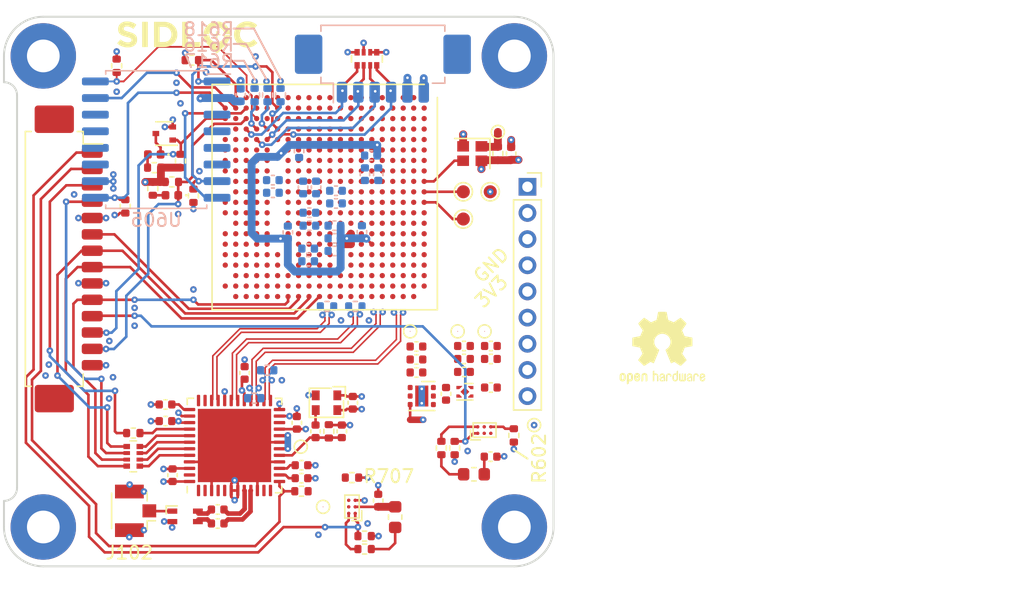
<source format=kicad_pcb>
(kicad_pcb (version 20211014) (generator pcbnew)

  (general
    (thickness 1.5954)
  )

  (paper "A4")
  (layers
    (0 "F.Cu" mixed)
    (1 "In1.Cu" power)
    (2 "In2.Cu" power)
    (31 "B.Cu" mixed)
    (32 "B.Adhes" user "B.Adhesive")
    (33 "F.Adhes" user "F.Adhesive")
    (34 "B.Paste" user)
    (35 "F.Paste" user)
    (36 "B.SilkS" user "B.Silkscreen")
    (37 "F.SilkS" user "F.Silkscreen")
    (38 "B.Mask" user)
    (39 "F.Mask" user)
    (41 "Cmts.User" user "User.Comments")
    (42 "Eco1.User" user "User.Eco1")
    (43 "Eco2.User" user "User.Eco2")
    (44 "Edge.Cuts" user)
    (45 "Margin" user)
    (46 "B.CrtYd" user "B.Courtyard")
    (47 "F.CrtYd" user "F.Courtyard")
    (48 "B.Fab" user)
    (49 "F.Fab" user)
  )

  (setup
    (stackup
      (layer "F.SilkS" (type "Top Silk Screen") (color "White"))
      (layer "F.Paste" (type "Top Solder Paste"))
      (layer "F.Mask" (type "Top Solder Mask") (color "Purple") (thickness 0.0127))
      (layer "F.Cu" (type "copper") (thickness 0.035))
      (layer "dielectric 1" (type "prepreg") (thickness 0.1) (material "JLC2313") (epsilon_r 4.05) (loss_tangent 0))
      (layer "In1.Cu" (type "copper") (thickness 0.0175))
      (layer "dielectric 2" (type "core") (thickness 1.265) (material "Core") (epsilon_r 4.6) (loss_tangent 0))
      (layer "In2.Cu" (type "copper") (thickness 0.0175))
      (layer "dielectric 3" (type "prepreg") (thickness 0.1) (material "JLC2313") (epsilon_r 4.05) (loss_tangent 0))
      (layer "B.Cu" (type "copper") (thickness 0.035))
      (layer "B.Mask" (type "Bottom Solder Mask") (color "Purple") (thickness 0.0127))
      (layer "B.Paste" (type "Bottom Solder Paste"))
      (layer "B.SilkS" (type "Bottom Silk Screen") (color "White"))
      (copper_finish "ENIG")
      (dielectric_constraints no)
    )
    (pad_to_mask_clearance 0.05)
    (solder_mask_min_width 0.2)
    (grid_origin 171.1452 89.472)
    (pcbplotparams
      (layerselection 0x0000030_80000001)
      (disableapertmacros false)
      (usegerberextensions false)
      (usegerberattributes false)
      (usegerberadvancedattributes false)
      (creategerberjobfile false)
      (svguseinch false)
      (svgprecision 6)
      (excludeedgelayer true)
      (plotframeref false)
      (viasonmask false)
      (mode 1)
      (useauxorigin false)
      (hpglpennumber 1)
      (hpglpenspeed 20)
      (hpglpendiameter 15.000000)
      (dxfpolygonmode true)
      (dxfimperialunits true)
      (dxfusepcbnewfont true)
      (psnegative false)
      (psa4output false)
      (plotreference true)
      (plotvalue true)
      (plotinvisibletext false)
      (sketchpadsonfab false)
      (subtractmaskfromsilk false)
      (outputformat 1)
      (mirror false)
      (drillshape 1)
      (scaleselection 1)
      (outputdirectory "")
    )
  )

  (net 0 "")
  (net 1 "GND")
  (net 2 "3V3")
  (net 3 "unconnected-(PQ101-Pad1)")
  (net 4 "unconnected-(PQ101-Pad2)")
  (net 5 "unconnected-(PQ101-Pad3)")
  (net 6 "unconnected-(PQ101-Pad6)")
  (net 7 "unconnected-(PQ101-Pad7)")
  (net 8 "unconnected-(PQ101-Pad8)")
  (net 9 "Net-(C601-Pad1)")
  (net 10 "/fpga/FPGA_2V5")
  (net 11 "/fpga/FPGA_3V3")
  (net 12 "/fpga/FPGA_1V1")
  (net 13 "Net-(C701-Pad1)")
  (net 14 "Net-(C701-Pad2)")
  (net 15 "/transceiver/TRX_3V3")
  (net 16 "Net-(C704-Pad2)")
  (net 17 "Net-(C710-Pad1)")
  (net 18 "Net-(C711-Pad1)")
  (net 19 "/transceiver/RF09P")
  (net 20 "/transceiver/RF09CAP_P")
  (net 21 "/transceiver/RF09N")
  (net 22 "/transceiver/RF09CAP_N")
  (net 23 "/transceiver/RF_EN")
  (net 24 "/transceiver/RST")
  (net 25 "/transceiver/IRQ")
  (net 26 "/SPI_CS2")
  (net 27 "/SPI_CS1")
  (net 28 "/fpga/SPI_CLK")
  (net 29 "/fpga/SPI_MISO")
  (net 30 "/fpga/SPI_MOSI")
  (net 31 "/fpga/FPGA_EN")
  (net 32 "/fpga/FPGA_DONE")
  (net 33 "/fpga/FPGA_INIT")
  (net 34 "/transceiver/RFIO")
  (net 35 "/fpga/JTDO")
  (net 36 "/fpga/JTCK")
  (net 37 "/fpga/JTMS")
  (net 38 "/fpga/JTDI")
  (net 39 "/fpga/FPGA_1V1_PG")
  (net 40 "Net-(NT701-Pad1)")
  (net 41 "Net-(R602-Pad2)")
  (net 42 "/fpga/FPGA_3V3_FAULT")
  (net 43 "/fpga/RXCLOCKP")
  (net 44 "/fpga/RXCLOCKN")
  (net 45 "/fpga/RXDATAP")
  (net 46 "/fpga/RXDATAN")
  (net 47 "Net-(D601-Pad2)")
  (net 48 "Net-(D602-Pad2)")
  (net 49 "Net-(R616-Pad2)")
  (net 50 "Net-(R617-Pad2)")
  (net 51 "Net-(R618-Pad2)")
  (net 52 "Net-(R619-Pad1)")
  (net 53 "/fpga/~{CFG_CS}")
  (net 54 "/fpga/CFG_IO2")
  (net 55 "/fpga/CFG_IO3")
  (net 56 "/fpga/TXCLOCKN")
  (net 57 "/fpga/TXCLOCKP")
  (net 58 "/fpga/TXDATAN")
  (net 59 "/fpga/TXDATAP")
  (net 60 "Net-(R704-Pad2)")
  (net 61 "/transceiver/TRX_FAULT")
  (net 62 "Net-(R707-Pad2)")
  (net 63 "Net-(RN701-Pad5)")
  (net 64 "Net-(RN701-Pad6)")
  (net 65 "Net-(RN701-Pad7)")
  (net 66 "Net-(RN701-Pad8)")
  (net 67 "/fpga/FPGA_IO1")
  (net 68 "/fpga/FPGA_IO0")
  (net 69 "unconnected-(U602-PadB6)")
  (net 70 "unconnected-(U602-PadB8)")
  (net 71 "unconnected-(U602-PadB9)")
  (net 72 "unconnected-(U602-PadB10)")
  (net 73 "/fpga/FPGA_CLK_IN")
  (net 74 "unconnected-(U602-PadC6)")
  (net 75 "unconnected-(U602-PadC7)")
  (net 76 "unconnected-(U602-PadC8)")
  (net 77 "unconnected-(U602-PadC9)")
  (net 78 "unconnected-(U602-PadC10)")
  (net 79 "unconnected-(U602-PadC11)")
  (net 80 "unconnected-(U602-PadC18)")
  (net 81 "unconnected-(U602-PadD6)")
  (net 82 "unconnected-(U602-PadD7)")
  (net 83 "unconnected-(U602-PadD8)")
  (net 84 "unconnected-(U602-PadD9)")
  (net 85 "unconnected-(U602-PadD10)")
  (net 86 "unconnected-(U602-PadD17)")
  (net 87 "unconnected-(U602-PadD18)")
  (net 88 "unconnected-(U602-PadD20)")
  (net 89 "unconnected-(U602-PadE6)")
  (net 90 "unconnected-(U602-PadE7)")
  (net 91 "unconnected-(U602-PadE8)")
  (net 92 "unconnected-(U602-PadE9)")
  (net 93 "unconnected-(U602-PadE10)")
  (net 94 "unconnected-(U602-PadE16)")
  (net 95 "unconnected-(U602-PadE17)")
  (net 96 "unconnected-(U602-PadE18)")
  (net 97 "unconnected-(U602-PadE19)")
  (net 98 "unconnected-(U602-PadF16)")
  (net 99 "unconnected-(U602-PadF17)")
  (net 100 "unconnected-(U602-PadF18)")
  (net 101 "unconnected-(U602-PadF20)")
  (net 102 "unconnected-(U602-PadG16)")
  (net 103 "unconnected-(U602-PadG18)")
  (net 104 "unconnected-(U602-PadG20)")
  (net 105 "unconnected-(U602-PadH16)")
  (net 106 "unconnected-(U602-PadH17)")
  (net 107 "unconnected-(U602-PadH18)")
  (net 108 "unconnected-(U602-PadJ16)")
  (net 109 "unconnected-(U602-PadJ17)")
  (net 110 "unconnected-(U602-PadJ18)")
  (net 111 "unconnected-(U602-PadJ20)")
  (net 112 "unconnected-(U602-PadK16)")
  (net 113 "unconnected-(U602-PadK17)")
  (net 114 "unconnected-(U602-PadK18)")
  (net 115 "unconnected-(U602-PadK20)")
  (net 116 "unconnected-(U602-PadR1)")
  (net 117 "unconnected-(U602-PadR3)")
  (net 118 "unconnected-(U602-PadT1)")
  (net 119 "unconnected-(U602-PadT2)")
  (net 120 "unconnected-(U602-PadT3)")
  (net 121 "unconnected-(U602-PadU1)")
  (net 122 "unconnected-(U602-PadU2)")
  (net 123 "/fpga/CFG_CLK")
  (net 124 "unconnected-(U602-PadV1)")
  (net 125 "/fpga/CFG_IO1")
  (net 126 "/fpga/CFG_IO0")
  (net 127 "unconnected-(U602-PadW3)")
  (net 128 "unconnected-(U602-PadW4)")
  (net 129 "unconnected-(U602-PadW5)")
  (net 130 "unconnected-(U602-PadW8)")
  (net 131 "unconnected-(U602-PadW9)")
  (net 132 "unconnected-(U602-PadW10)")
  (net 133 "unconnected-(U602-PadW11)")
  (net 134 "unconnected-(U602-PadW13)")
  (net 135 "unconnected-(U602-PadW14)")
  (net 136 "unconnected-(U602-PadW17)")
  (net 137 "unconnected-(U602-PadW18)")
  (net 138 "unconnected-(U602-PadW20)")
  (net 139 "unconnected-(U602-PadY5)")
  (net 140 "unconnected-(U602-PadY6)")
  (net 141 "unconnected-(U602-PadY7)")
  (net 142 "unconnected-(U602-PadY8)")
  (net 143 "unconnected-(U602-PadY11)")
  (net 144 "unconnected-(U602-PadY12)")
  (net 145 "unconnected-(U602-PadY14)")
  (net 146 "unconnected-(U602-PadY15)")
  (net 147 "unconnected-(U602-PadY16)")
  (net 148 "unconnected-(U602-PadY17)")
  (net 149 "unconnected-(U602-PadY19)")
  (net 150 "unconnected-(U604-Pad2)")
  (net 151 "unconnected-(U605-Pad3)")
  (net 152 "unconnected-(U605-Pad4)")
  (net 153 "unconnected-(U605-Pad5)")
  (net 154 "unconnected-(U605-Pad6)")
  (net 155 "unconnected-(U605-Pad11)")
  (net 156 "unconnected-(U605-Pad12)")
  (net 157 "unconnected-(U605-Pad13)")
  (net 158 "unconnected-(U605-Pad14)")
  (net 159 "unconnected-(U702-Pad1)")
  (net 160 "unconnected-(U702-Pad2)")
  (net 161 "unconnected-(U702-Pad4)")
  (net 162 "unconnected-(U702-Pad5)")
  (net 163 "unconnected-(U702-Pad11)")
  (net 164 "unconnected-(U702-Pad12)")
  (net 165 "unconnected-(U702-Pad22)")
  (net 166 "unconnected-(U702-Pad35)")
  (net 167 "unconnected-(U702-Pad36)")
  (net 168 "unconnected-(U702-Pad47)")
  (net 169 "Net-(D602-Pad1)")
  (net 170 "unconnected-(H103-Pad1)")
  (net 171 "unconnected-(H101-Pad1)")
  (net 172 "unconnected-(H102-Pad1)")
  (net 173 "unconnected-(H104-Pad1)")
  (net 174 "unconnected-(U602-PadA6)")
  (net 175 "unconnected-(U602-PadA7)")
  (net 176 "unconnected-(U602-PadA8)")
  (net 177 "unconnected-(U602-PadB11)")
  (net 178 "unconnected-(U602-PadL16)")
  (net 179 "unconnected-(U602-PadL17)")
  (net 180 "unconnected-(U602-PadL18)")
  (net 181 "unconnected-(U602-PadL19)")
  (net 182 "unconnected-(U602-PadM17)")
  (net 183 "unconnected-(U602-PadM18)")
  (net 184 "unconnected-(U602-PadM19)")
  (net 185 "unconnected-(U602-PadN16)")
  (net 186 "unconnected-(U602-PadN17)")
  (net 187 "unconnected-(U602-PadN18)")
  (net 188 "unconnected-(U602-PadN19)")
  (net 189 "unconnected-(U602-PadP16)")
  (net 190 "unconnected-(U602-PadP17)")
  (net 191 "unconnected-(U602-PadP18)")
  (net 192 "unconnected-(U602-PadP19)")
  (net 193 "unconnected-(U602-PadR16)")
  (net 194 "unconnected-(U602-PadR17)")
  (net 195 "unconnected-(U602-PadR18)")
  (net 196 "unconnected-(U602-PadR20)")
  (net 197 "unconnected-(U602-PadT16)")
  (net 198 "unconnected-(U602-PadT17)")
  (net 199 "unconnected-(U602-PadT18)")
  (net 200 "unconnected-(U602-PadT19)")
  (net 201 "unconnected-(U602-PadT20)")
  (net 202 "unconnected-(U602-PadU16)")
  (net 203 "unconnected-(U602-PadU17)")
  (net 204 "unconnected-(U602-PadU18)")
  (net 205 "unconnected-(U602-PadU19)")
  (net 206 "unconnected-(U602-PadU20)")

  (footprint "Symbol:OSHW-Logo2_7.3x6mm_SilkScreen" (layer "F.Cu") (at 181.4576 101.791))

  (footprint "MountingHole:MountingHole_2.5mm_Pad" (layer "F.Cu") (at 170.1452 79.472))

  (footprint "MountingHole:MountingHole_2.5mm_Pad" (layer "F.Cu") (at 134.1452 79.472))

  (footprint "Connector_PinSocket_2.00mm:PinSocket_1x09_P2.00mm_Vertical" (layer "F.Cu") (at 171.1452 89.472))

  (footprint "Resistor_SMD:R_0402_1005Metric" (layer "F.Cu") (at 142.5119 89.6093 90))

  (footprint "Resistor_SMD:R_0402_1005Metric" (layer "F.Cu") (at 145.4912 79.7946))

  (footprint "Capacitor_SMD:C_0402_1005Metric" (layer "F.Cu") (at 168.3258 110.0968))

  (footprint "Package_BGA:Texas_DSBGA-6_0.9x1.4mm_Layout2x3_P0.5mm" (layer "F.Cu") (at 157.734 113.9322 180))

  (footprint "Resistor_SMD:R_0402_1005Metric" (layer "F.Cu") (at 157.734 111.697 180))

  (footprint "Inductor_SMD:L_0603_1608Metric" (layer "F.Cu") (at 161.036 114.717 90))

  (footprint "Capacitor_SMD:C_0402_1005Metric" (layer "F.Cu") (at 162.6616 102.6696))

  (footprint "Package_BGA:Lattice_caBGA-381_17.0x17.0mm_Layout20x20_P0.8mm_Ball0.4mm_Pad0.4mm_NSMD" (layer "F.Cu") (at 155.6512 90.2594 -90))

  (footprint "Capacitor_SMD:C_0402_1005Metric" (layer "F.Cu") (at 162.6616 101.679))

  (footprint "Resistor_SMD:R_0402_1005Metric" (layer "F.Cu") (at 164.5666 109.4364 -90))

  (footprint "Capacitor_SMD:C_0402_1005Metric" (layer "F.Cu") (at 154.9512 108.1604 90))

  (footprint "Connector_Molex:Molex_PicoBlade_53261-1471_1x14-1MP_P1.25mm_Horizontal" (layer "F.Cu") (at 135.4836 94.9838 -90))

  (footprint "lsf-kicad-lib:TestPoint_D0.8mm_Mask-Only" (layer "F.Cu") (at 162.179 100.521))

  (footprint "Capacitor_SMD:C_0402_1005Metric" (layer "F.Cu") (at 162.6616 103.6602 180))

  (footprint "Capacitor_SMD:C_0402_1005Metric" (layer "F.Cu") (at 153.8762 111.7418))

  (footprint "Inductor_SMD:L_0603_1608Metric" (layer "F.Cu") (at 167.0558 111.443))

  (footprint "lsf-kicad-lib:sidloc-logo-11x3" (layer "F.Cu")
    (tedit 0) (tstamp 3f1ff34e-9dfb-4e77-9536-5ac10444e162)
    (at 145.1356 78.042)
    (descr "SIDLOC Logo")
    (attr board_only exclude_from_pos_files exclude_from_bom)
    (fp_text reference "G***" (at 0 0) (layer "F.SilkS") hide
      (effects (font (size 1.524 1.524) (thickness 0.3)))
      (tstamp b03a86c5-d312-46b5-86a2-b35f202c04e6)
    )
    (fp_text value "LOGO" (at 0.75 0) (layer "F.SilkS") hide
      (effects (font (size 1.524 1.524) (thickness 0.3)))
      (tstamp 928e8899-f155-4374-b14a-98bb889f7951)
    )
    (fp_poly (pts
        (xy 2.359399 -1.209276)
        (xy 2.403518 -1.204284)
        (xy 2.453426 -1.196016)
        (xy 2.504858 -1.185357)
        (xy 2.553551 -1.173189)
        (xy 2.595226 -1.160401)
        (xy 2.674878 -1.128445)
        (xy 2.75504 -1.088394)
        (xy 2.832482 -1.042116)
        (xy 2.903973 -0.991482)
        (xy 2.943988 -0.958635)
        (xy 3.012053 -0.89222)
        (xy 3.074778 -0.817078)
        (xy 3.131149 -0.734887)
        (xy 3.180155 -0.647322)
        (xy 3.220785 -0.556062)
        (xy 3.252026 -0.462784)
        (xy 3.25892 -0.436668)
        (xy 3.264295 -0.412054)
        (xy 3.269864 -0.3816)
        (xy 3.275161 -0.34848)
        (xy 3.27972 -0.31587)
        (xy 3.283075 -0.286946)
        (xy 3.284761 -0.264883)
        (xy 3.284871 -0.259869)
        (xy 3.284871 -0.236646)
        (xy 2.846991 -0.236646)
        (xy 2.843554 -0.269044)
        (xy 2.834104 -0.322495)
        (xy 2.81741 -0.379554)
        (xy 2.794899 -0.436634)
        (xy 2.767998 -0.490147)
        (xy 2.738134 -0.536503)
        (xy 2.736094 -0.539223)
        (xy 2.684715 -0.598373)
        (xy 2.626234 -0.650237)
        (xy 2.562014 -0.693973)
        (xy 2.49342 -0.728742)
        (xy 2.421815 -0.753702)
        (xy 2.369588 -0.765059)
        (xy 2.310134 -0.774733)
        (xy 2.310124 -0.993899)
        (xy 2.310115 -1.213064)
      ) (layer "F.SilkS") (width 0) (fill solid) (tstamp 225b351a-25fe-478f-bc3a-a3a5225089dc))
    (fp_poly (pts
        (xy -3.004543 -0.212699)
        (xy -3.005967 0.752196)
        (xy -3.217661 0.753672)
        (xy -3.265439 0.753906)
        (xy -3.309646 0.753931)
        (xy -3.349023 0.753763)
        (xy -3.382308 0.753414)
        (xy -3.408243 0.752897)
        (xy -3.425566 0.752228)
        (xy -3.433017 0.751419)
        (xy -3.433178 0.751324)
        (xy -3.433588 0.745371)
        (xy -3.433986 0.728729)
        (xy -3.43437 0.701979)
        (xy -3.434736 0.6657)
        (xy -3.435084 0.620473)
        (xy -3.43541 0.566879)
        (xy -3.435712 0.505497)
        (xy -3.435988 0.436907)
        (xy -3.436236 0.36169)
        (xy -3.436453 0.280426)
        (xy -3.436638 0.193695)
        (xy -3.436787 0.102078)
        (xy -3.436899 0.006154)
        (xy -3.436971 -0.093496)
        (xy -3.437 -0.196292)
        (xy -3.437001 -0.215047)
        (xy -3.437001 -1.177595)
        (xy -3.003118 -1.177595)
      ) (layer "F.SilkS") (width 0) (fill solid) (tstamp 3df1147a-b7b1-4990-90c8-66a47b1c2bbc))
    (fp_poly (pts
        (xy 2.229891 -0.994286)
        (xy 2.228416 -0.775497)
        (xy 2.18334 -0.768034)
        (xy 2.115154 -0.752553)
        (xy 2.048612 -0.729442)
        (xy 1.986633 -0.699905)
        (xy 1.932132 -0.665148)
        (xy 1.929416 -0.663114)
        (xy 1.90467 -0.64261)
        (xy 1.876637 -0.616503)
        (xy 1.848039 -0.587594)
        (xy 1.821597 -0.558686)
        (xy 1.800035 -0.53258)
        (xy 1.792318 -0.522013)
        (xy 1.765474 -0.477112)
        (xy 1.741158 -0.425262)
        (xy 1.720777 -0.370235)
        (xy 1.705742 -0.315802)
        (xy 1.697794 -0.269044)
        (xy 1.694357 -0.236646)
        (xy 1.254815 -0.236646)
        (xy 1.258481 -0.284346)
        (xy 1.271532 -0.382677)
        (xy 1.295398 -0.481081)
        (xy 1.329716 -0.578222)
        (xy 1.353056 -0.630927)
        (xy 1.404275 -0.725844)
        (xy 1.464066 -0.813699)
        (xy 1.532021 -0.894081)
        (xy 1.607732 -0.96658)
        (xy 1.690791 -1.030785)
        (xy 1.780789 -1.086285)
        (xy 1.831189 -1.112043)
        (xy 1.928553 -1.152983)
        (xy 2.026454 -1.183329)
        (xy 2.124098 -1.202861)
        (xy 2.182016 -1.209281)
        (xy 2.231367 -1.213074)
      ) (layer "F.SilkS") (width 0) (fill solid) (tstamp 877c35ec-6ccb-4b5d-9ce3-02fc59d2d7e6))
    (fp_poly (pts
        (xy 4.672495 -1.209435)
        (xy 4.71766 -1.207236)
        (xy 4.756057 -1.203789)
        (xy 4.759617 -1.203349)
        (xy 4.86714 -1.184752)
        (xy 4.968138 -1.157078)
        (xy 5.062995 -1.120154)
        (xy 5.152093 -1.073808)
        (xy 5.235817 -1.017865)
        (xy 5.31397 -0.952688)
        (xy 5.332724 -0.935098)
        (xy 5.344244 -0.923222)
        (xy 5.349722 -0.915297)
        (xy 5.350353 -0.909558)
        (xy 5.347331 -0.904242)
        (xy 5.347023 -0.903851)
        (xy 5.335319 -0.889599)
        (xy 5.318443 -0.86963)
        (xy 5.297412 -0.845103)
        (xy 5.273244 -0.817171)
        (xy 5.246957 -0.786992)
        (xy 5.219571 -0.75572)
        (xy 5.192102 -0.724511)
        (xy 5.165568 -0.694522)
        (xy 5.140989 -0.666908)
        (xy 5.119381 -0.642824)
        (xy 5.101763 -0.623427)
        (xy 5.089154 -0.609872)
        (xy 5.08257 -0.603315)
        (xy 5.081902 -0.602883)
        (xy 5.074978 -0.606363)
        (xy 5.063144 -0.615238)
        (xy 5.055506 -0.621769)
        (xy 5.022078 -0.649505)
        (xy 4.983067 -0.678435)
        (xy 4.941176 -0.706811)
        (xy 4.899108 -0.732892)
        (xy 4.859564 -0.754931)
        (xy 4.825247 -0.771185)
        (xy 4.82204 -0.772491)
        (xy 4.747235 -0.796941)
        (xy 4.670826 -0.81153)
        (xy 4.594108 -0.816361)
        (xy 4.518373 -0.81154)
        (xy 4.444914 -0.79717)
        (xy 4.375023 -0.773355)
        (xy 4.309994 -0.7402)
        (xy 4.29383 -0.729921)
        (xy 4.231224 -0.681668)
        (xy 4.17656 -0.625622)
        (xy 4.130151 -0.56229)
        (xy 4.092312 -0.492176)
        (xy 4.063358 -0.415784)
        (xy 4.043604 -0.333619)
        (xy 4.042397 -0.326613)
        (xy 4.036374 -0.27344)
        (xy 4.03464 -0.214927)
        (xy 4.037039 -0.155115)
        (xy 4.043415 -0.098048)
        (xy 4.053091 -0.049754)
        (xy 4.0789 0.029951)
        (xy 4.1132 0.103201)
        (xy 4.155492 0.169465)
        (xy 4.205276 0.228214)
        (xy 4.262051 0.278917)
        (xy 4.325316 0.321043)
        (xy 4.394573 0.354061)
        (xy 4.451574 0.37292)
        (xy 4.471407 0.377907)
        (xy 4.490088 0.381446)
        (xy 4.510223 0.383771)
        (xy 4.534422 0.385117)
        (xy 4.565292 0.385719)
        (xy 4.594875 0.385824)
        (xy 4.659007 0.384146)
        (xy 4.714838 0.37875)
        (xy 4.764895 0.36904)
        (xy 4.811706 0.354416)
        (xy 4.857799 0.334282)
        (xy 4.893355 0.315242)
        (xy 4.917704 0.300161)
        (xy 4.947986 0.279659)
        (xy 4.98158 0.25565)
        (xy 5.015864 0.230048)
        (xy 5.048215 0.204765)
        (xy 5.074063 0.183391)
        (xy 5.096861 0.163835)
        (xy 5.234644 0.302099)
        (xy 5.372426 0.440363)
        (xy 5.313265 0.496787)
        (xy 5.234289 0.566545)
        (xy 5.154628 0.625589)
        (xy 5.07333 0.674469)
        (xy 4.989444 0.713737)
        (xy 4.902016 0.743944)
        (xy 4.872373 0.75198)
        (xy 4.796912 0.767627)
        (xy 4.714396 0.778448)
        (xy 4.628076 0.784179)
        (xy 4.541202 0.784555)
        (xy 4.496273 0.782509)
        (xy 4.399253 0.771053)
        (xy 4.303198 0.749524)
        (xy 4.209367 0.718545)
        (xy 4.119021 0.67874)
        (xy 4.03342 0.63073)
        (xy 3.953824 0.575139)
        (xy 3.881493 0.51259)
        (xy 3.822487 0.449481)
        (xy 3.760759 0.367803)
        (xy 3.707334 0.280197)
        (xy 3.662971 0.188219)
        (xy 3.62843 0.093424)
        (xy 3.606282 0.006561)
        (xy 3.589932 -0.101033)
        (xy 3.584375 -0.208262)
        (xy 3.589464 -0.314361)
        (xy 3.605055 -0.418563)
        (xy 3.631004 -0.520104)
        (xy 3.667165 -0.618216)
        (xy 3.713394 -0.712135)
        (xy 3.755141 -0.780193)
        (xy 3.818356 -0.8649)
        (xy 3.888435 -0.940673)
        (xy 3.965347 -1.007494)
        (xy 4.049058 -1.06534)
        (xy 4.139538 -1.114191)
        (xy 4.236752 -1.154026)
        (xy 4.34067 -1.184824)
        (xy 4.403305 -1.198406)
        (xy 4.435103 -1.202949)
        (xy 4.475556 -1.206458)
        (xy 4.522091 -1.208897)
        (xy 4.57214 -1.21023)
        (xy 4.623132 -1.210421)
      ) (layer "F.SilkS") (width 0) (fill solid) (tstamp 929f3e98-fcb5-494e-b66d-3e79fc755079))
    (fp_poly (pts
        (xy -2.097416 -1.177492)
        (xy -2.012968 -1.177434)
        (xy -1.939003 -1.177296)
        (xy -1.874732 -1.177063)
        (xy -1.81937 -1.176723)
        (xy -1.772129 -1.176261)
        (xy -1.732222 -1.175665)
        (xy -1.698864 -1.174921)
        (xy -1.671267 -1.174015)
        (xy -1.648644 -1.172935)
        (xy -1.630208 -1.171667)
        (xy -1.615173 -1.170197)
        (xy -1.606919 -1.169136)
        (xy -1.498575 -1.148668)
        (xy -1.395771 -1.119062)
        (xy -1.298922 -1.08069)
        (xy -1.208442 -1.033927)
        (xy -1.124748 -0.979144)
        (xy -1.048253 -0.916715)
        (xy -0.979373 -0.847012)
        (xy -0.918524 -0.77041)
        (xy -0.866119 -0.68728)
        (xy -0.822575 -0.597996)
        (xy -0.788307 -0.502931)
        (xy -0.765871 -0.413397)
        (xy -0.758779 -0.368411)
        (xy -0.753683 -0.315671)
        (xy -0.750665 -0.258526)
        (xy -0.749807 -0.200327)
        (xy -0.751193 -0.144425)
        (xy -0.754903 -0.094169)
        (xy -0.757513 -0.073183)
        (xy -0.769857 -0.001584)
        (xy -0.785429 0.062777)
        (xy -0.805411 0.123747)
        (xy -0.830987 0.185168)
        (xy -0.848017 0.220838)
        (xy -0.879969 0.280332)
        (xy -0.914346 0.333965)
        (xy -0.953443 0.384891)
        (xy -0.999553 0.436265)
        (xy -1.019616 0.456786)
        (xy -1.097198 0.526677)
        (xy -1.181436 0.587513)
        (xy -1.272183 0.639221)
        (xy -1.369289 0.681727)
        (xy -1.472607 0.714959)
        (xy -1.581988 0.738843)
        (xy -1.598292 0.741518)
        (xy -1.611162 0.743355)
        (xy -1.625485 0.744965)
        (xy -1.642101 0.746371)
        (xy -1.661852 0.747591)
        (xy -1.685577 0.748647)
        (xy -1.714117 0.749559)
        (xy -1.748313 0.750347)
        (xy -1.789005 0.751032)
        (xy -1.837035 0.751634)
        (xy -1.893242 0.752174)
        (xy -1.958467 0.752672)
        (xy -2.033552 0.753148)
        (xy -2.090445 0.753469)
        (xy -2.159163 0.753789)
        (xy -2.224606 0.75399)
        (xy -2.285902 0.754075)
        (xy -2.342177 0.75405)
        (xy -2.392558 0.753916)
        (xy -2.43617 0.753678)
        (xy -2.472141 0.75334)
        (xy -2.499597 0.752904)
        (xy -2.517665 0.752375)
        (xy -2.525471 0.751757)
        (xy -2.525704 0.751655)
        (xy -2.52615 0.745666)
        (xy -2.526583 0.728988)
        (xy -2.526999 0.702203)
        (xy -2.527397 0.66589)
        (xy -2.527775 0.62063)
        (xy -2.528129 0.567003)
        (xy -2.528458 0.505591)
        (xy -2.528758 0.436973)
        (xy -2.529027 0.361729)
        (xy -2.529263 0.280441)
        (xy -2.529464 0.193689)
        (xy -2.529626 0.102054)
        (xy -2.529747 0.006115)
        (xy -2.529825 -0.093547)
        (xy -2.529858 -0.196351)
        (xy -2.529858 -0.795835)
        (xy -2.101642 -0.795835)
        (xy -2.101642 0.366238)
        (xy -1.926753 0.366238)
        (xy -1.880377 0.366039)
        (xy -1.834934 0.365476)
        (xy -1.792393 0.364602)
        (xy -1.754724 0.363467)
        (xy -1.723896 0.362124)
        (xy -1.701879 0.360624)
        (xy -1.698011 0.360233)
        (xy -1.615251 0.34617)
        (xy -1.539396 0.323211)
        (xy -1.470463 0.291369)
        (xy -1.408468 0.250655)
        (xy -1.353428 0.20108)
        (xy -1.305359 0.142655)
        (xy -1.264277 0.075391)
        (xy -1.256058 0.059162)
        (xy -1.234457 0.009983)
        (xy -1.218534 -0.03874)
        (xy -1.207253 -0.090834)
        (xy -1.199664 -0.149248)
        (xy -1.196821 -0.231611)
        (xy -1.204183 -0.312962)
        (xy -1.221473 -0.391625)
        (xy -1.248414 -0.465926)
        (xy -1.253974 -0.478089)
        (xy -1.279751 -0.527545)
        (xy -1.307944 -0.570404)
        (xy -1.341347 -0.610495)
        (xy -1.376173 -0.645491)
        (xy -1.433506 -0.692598)
        (xy -1.495484 -0.729769)
        (xy -1.558115 -0.756027)
        (xy -1.582506 -0.76422)
        (xy -1.604646 -0.770978)
        (xy -1.625986 -0.776462)
        (xy -1.647979 -0.780828)
        (xy -1.672078 -0.784236)
        (xy -1.699734 -0.786845)
        (xy -1.7324 -0.788811)
        (xy -1.771528 -0.790295)
 
... [563523 chars truncated]
</source>
